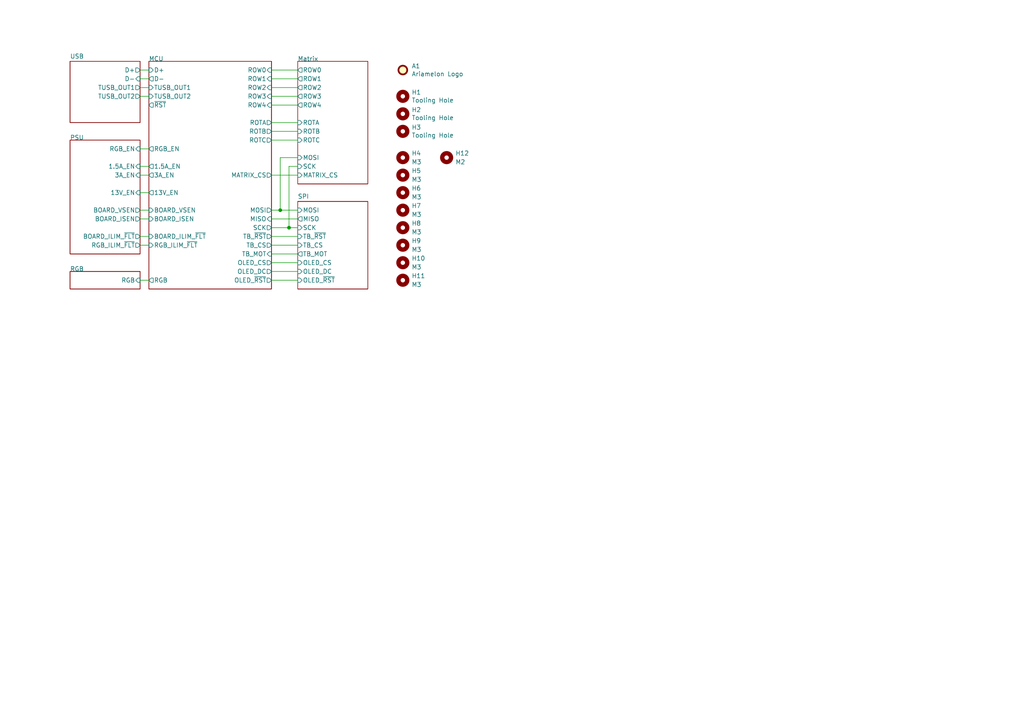
<source format=kicad_sch>
(kicad_sch (version 20230121) (generator eeschema)
  (paper "A4")
  (title_block (title "Honeydew unified split ergonomic keyboard") (date "2023-06-27") (rev "V2.1") (company "Created by Ariamelon (https://github.com/Ariamelon/Honeydew/)") (comment 1 "All capacitors 50V unless otherwise specified.") (comment 2 "Licensed under CC BY 4.0."))
  (lib_symbols
    (symbol "Mechanical:Fiducial"
      (property "Reference" "FID" (at 0 5.08 0))
      (property "Value" "Fiducial" (at 0 3.175 0))
      (symbol "Fiducial_0_1"
        (circle (center 0 0) (radius 1.27) (stroke (width 0.508)) (fill (type background)))
      )
    )
    (symbol "Mechanical:MountingHole" (pin_names (offset 1.016))
      (property "Reference" "H" (at 0 5.08 0))
      (property "Value" "MountingHole" (at 0 3.175 0))
      (symbol "MountingHole_0_1"
        (circle (center 0 0) (radius 1.27) (stroke (width 1.27)))
      )
    )
  )
  (junction (at 81.28 60.96))
  (junction (at 83.82 66.04))
  (wire (pts (xy 86.36 63.5) (xy 78.74 63.5)))
  (wire (pts (xy 86.36 30.48) (xy 78.74 30.48)))
  (wire (pts (xy 40.64 68.58) (xy 43.18 68.58)))
  (wire (pts (xy 86.36 35.56) (xy 78.74 35.56)))
  (wire (pts (xy 83.82 66.04) (xy 78.74 66.04)))
  (wire (pts (xy 40.64 81.28) (xy 43.18 81.28)))
  (wire (pts (xy 81.28 45.72) (xy 81.28 60.96)))
  (wire (pts (xy 86.36 76.2) (xy 78.74 76.2)))
  (wire (pts (xy 86.36 68.58) (xy 78.74 68.58)))
  (wire (pts (xy 86.36 66.04) (xy 83.82 66.04)))
  (wire (pts (xy 40.64 55.88) (xy 43.18 55.88)))
  (wire (pts (xy 86.36 78.74) (xy 78.74 78.74)))
  (wire (pts (xy 86.36 27.94) (xy 78.74 27.94)))
  (wire (pts (xy 86.36 38.1) (xy 78.74 38.1)))
  (wire (pts (xy 43.18 43.18) (xy 40.64 43.18)))
  (wire (pts (xy 86.36 45.72) (xy 81.28 45.72)))
  (wire (pts (xy 86.36 25.4) (xy 78.74 25.4)))
  (wire (pts (xy 43.18 20.32) (xy 40.64 20.32)))
  (wire (pts (xy 81.28 60.96) (xy 78.74 60.96)))
  (wire (pts (xy 43.18 25.4) (xy 40.64 25.4)))
  (wire (pts (xy 78.74 40.64) (xy 86.36 40.64)))
  (wire (pts (xy 86.36 50.8) (xy 78.74 50.8)))
  (wire (pts (xy 86.36 20.32) (xy 78.74 20.32)))
  (wire (pts (xy 40.64 50.8) (xy 43.18 50.8)))
  (wire (pts (xy 43.18 48.26) (xy 40.64 48.26)))
  (wire (pts (xy 40.64 22.86) (xy 43.18 22.86)))
  (wire (pts (xy 86.36 48.26) (xy 83.82 48.26)))
  (wire (pts (xy 86.36 22.86) (xy 78.74 22.86)))
  (wire (pts (xy 43.18 60.96) (xy 40.64 60.96)))
  (wire (pts (xy 40.64 71.12) (xy 43.18 71.12)))
  (wire (pts (xy 86.36 71.12) (xy 78.74 71.12)))
  (wire (pts (xy 40.64 27.94) (xy 43.18 27.94)))
  (wire (pts (xy 40.64 63.5) (xy 43.18 63.5)))
  (wire (pts (xy 86.36 73.66) (xy 78.74 73.66)))
  (wire (pts (xy 83.82 48.26) (xy 83.82 66.04)))
  (wire (pts (xy 86.36 60.96) (xy 81.28 60.96)))
  (wire (pts (xy 86.36 81.28) (xy 78.74 81.28)))
  (symbol (lib_id "Mechanical:Fiducial") (at 116.84 20.32 0) (unit 1) (in_bom no)
    (property "Reference" "A1" (at 119.38 19.1516 0) (effects (justify left)))
    (property "Value" "Ariamelon Logo" (at 119.38 21.463 0) (effects (justify left)))
    (property "Footprint" "Honeydew:Ariamelon_Logo_x3_CU" (effects hide))
  )
  (symbol (lib_id "Mechanical:MountingHole") (at 116.84 76.2 0) (mirror y) (unit 1) (in_bom no)
    (property "Reference" "H10" (at 119.38 74.93 0) (effects (justify right)))
    (property "Value" "M3" (at 119.38 77.47 0) (effects (justify right)))
    (property "Footprint" "Honeydew:MountingHole_3.2mm_M3_Pad" (effects hide))
  )
  (symbol (lib_id "Mechanical:MountingHole") (at 116.84 66.04 0) (mirror y) (unit 1) (in_bom no)
    (property "Reference" "H8" (at 119.38 64.77 0) (effects (justify right)))
    (property "Value" "M3" (at 119.38 67.31 0) (effects (justify right)))
    (property "Footprint" "Honeydew:MountingHole_3.2mm_M3_Pad" (effects hide))
  )
  (symbol (lib_id "Mechanical:MountingHole") (at 116.84 45.72 0) (mirror y) (unit 1) (in_bom no)
    (property "Reference" "H4" (at 119.38 44.45 0) (effects (justify right)))
    (property "Value" "M3" (at 119.38 46.99 0) (effects (justify right)))
    (property "Footprint" "Honeydew:MountingHole_3.2mm_M3_Pad" (effects hide))
  )
  (symbol (lib_id "Mechanical:MountingHole") (at 129.54 45.72 0) (mirror y) (unit 1) (in_bom no)
    (property "Reference" "H12" (at 132.08 44.45 0) (effects (justify right)))
    (property "Value" "M2" (at 132.08 46.99 0) (effects (justify right)))
    (property "Footprint" "MountingHole:MountingHole_2.2mm_M2_Pad" (effects hide))
  )
  (symbol (lib_id "Mechanical:MountingHole") (at 116.84 60.96 0) (mirror y) (unit 1) (in_bom no)
    (property "Reference" "H7" (at 119.38 59.69 0) (effects (justify right)))
    (property "Value" "M3" (at 119.38 62.23 0) (effects (justify right)))
    (property "Footprint" "Honeydew:MountingHole_3.2mm_M3_Pad" (effects hide))
  )
  (symbol (lib_id "Mechanical:MountingHole") (at 116.84 38.1 0) (unit 1) (in_bom no)
    (property "Reference" "H3" (at 119.38 36.9316 0) (effects (justify left)))
    (property "Value" "Tooling Hole" (at 119.38 39.243 0) (effects (justify left)))
    (property "Footprint" "Honeydew:JLC Tooling Hole" (effects hide))
  )
  (symbol (lib_id "Mechanical:MountingHole") (at 116.84 50.8 270) (mirror x) (unit 1)
    (property "Reference" "H5" (at 119.38 49.53 90) (effects (justify left)))
    (property "Value" "M3" (at 119.38 52.07 90) (effects (justify left)))
    (property "Footprint" "Honeydew:MountingHole_3.2mm_M3_Pad" (effects hide))
  )
  (symbol (lib_id "Mechanical:MountingHole") (at 116.84 55.88 0) (mirror y) (unit 1) (in_bom no)
    (property "Reference" "H6" (at 119.38 54.61 0) (effects (justify right)))
    (property "Value" "M3" (at 119.38 57.15 0) (effects (justify right)))
    (property "Footprint" "Honeydew:MountingHole_3.2mm_M3_Pad" (effects hide))
  )
  (symbol (lib_id "Mechanical:MountingHole") (at 116.84 27.94 0) (unit 1) (in_bom no)
    (property "Reference" "H1" (at 119.38 26.7716 0) (effects (justify left)))
    (property "Value" "Tooling Hole" (at 119.38 29.083 0) (effects (justify left)))
    (property "Footprint" "Honeydew:JLC Tooling Hole" (effects hide))
  )
  (symbol (lib_id "Mechanical:MountingHole") (at 116.84 33.02 0) (unit 1) (in_bom no)
    (property "Reference" "H2" (at 119.38 31.8516 0) (effects (justify left)))
    (property "Value" "Tooling Hole" (at 119.38 34.163 0) (effects (justify left)))
    (property "Footprint" "Honeydew:JLC Tooling Hole" (effects hide))
  )
  (symbol (lib_id "Mechanical:MountingHole") (at 116.84 71.12 0) (mirror y) (unit 1) (in_bom no)
    (property "Reference" "H9" (at 119.38 69.85 0) (effects (justify right)))
    (property "Value" "M3" (at 119.38 72.39 0) (effects (justify right)))
    (property "Footprint" "Honeydew:MountingHole_3.2mm_M3_Pad" (effects hide))
  )
  (symbol (lib_id "Mechanical:MountingHole") (at 116.84 81.28 0) (mirror y) (unit 1) (in_bom no)
    (property "Reference" "H11" (at 119.38 80.01 0) (effects (justify right)))
    (property "Value" "M3" (at 119.38 82.55 0) (effects (justify right)))
    (property "Footprint" "Honeydew:MountingHole_3.2mm_M3_Pad" (effects hide))
  )
  (sheet (at 20.32 17.78) (size 20.32 17.78) (stroke (width 0.1524))
    (property "Sheetname" "USB" (at 20.32 17.0684 0) (effects (justify left bottom)))
    (property "Sheetfile" "USB.kicad_sch" (effects hide))
    (pin "D-" input (at 40.64 22.86 0))
    (pin "D+" output (at 40.64 20.32 0))
    (pin "TUSB_OUT1" output (at 40.64 25.4 0))
    (pin "TUSB_OUT2" output (at 40.64 27.94 0))
  )
  (sheet (at 20.32 40.64) (size 20.32 33.02) (stroke (width 0.1524))
    (property "Sheetname" "PSU" (at 20.32 40.64 0) (effects (justify left bottom)))
    (property "Sheetfile" "PSU.kicad_sch" (effects hide))
    (pin "BOARD_VSEN" output (at 40.64 60.96 0))
    (pin "BOARD_ILIM_~{FLT}" output (at 40.64 68.58 0))
    (pin "BOARD_ISEN" output (at 40.64 63.5 0))
    (pin "RGB_EN" input (at 40.64 43.18 0))
    (pin "3A_EN" input (at 40.64 50.8 0))
    (pin "1.5A_EN" input (at 40.64 48.26 0))
    (pin "RGB_ILIM_~{FLT}" output (at 40.64 71.12 0))
    (pin "13V_EN" input (at 40.64 55.88 0))
  )
  (sheet (at 86.36 58.42) (size 20.32 25.4) (stroke (width 0.1524))
    (property "Sheetname" "SPI" (at 86.36 57.7084 0) (effects (justify left bottom)))
    (property "Sheetfile" "SPI.kicad_sch" (effects hide))
    (pin "SCK" input (at 86.36 66.04 180))
    (pin "MOSI" input (at 86.36 60.96 180))
    (pin "MISO" output (at 86.36 63.5 180))
    (pin "TB_CS" input (at 86.36 71.12 180))
    (pin "OLED_DC" input (at 86.36 78.74 180))
    (pin "OLED_CS" input (at 86.36 76.2 180))
    (pin "TB_MOT" output (at 86.36 73.66 180))
    (pin "OLED_~{RST}" input (at 86.36 81.28 180))
    (pin "TB_~{RST}" input (at 86.36 68.58 180))
  )
  (sheet (at 20.32 78.74) (size 20.32 5.08) (stroke (width 0.1524))
    (property "Sheetname" "RGB" (at 20.32 78.74 0) (effects (justify left bottom)))
    (property "Sheetfile" "RGB.kicad_sch" (effects hide))
    (pin "RGB" input (at 40.64 81.28 0))
  )
  (sheet (at 86.36 17.78) (size 20.32 35.56) (stroke (width 0.1524))
    (property "Sheetname" "Matrix" (at 86.36 17.78 0) (effects (justify left bottom)))
    (property "Sheetfile" "Matrix.kicad_sch" (effects hide))
    (pin "ROW2" output (at 86.36 25.4 180))
    (pin "ROW3" output (at 86.36 27.94 180))
    (pin "ROW4" output (at 86.36 30.48 180))
    (pin "ROW0" output (at 86.36 20.32 180))
    (pin "ROW1" output (at 86.36 22.86 180))
    (pin "ROTA" input (at 86.36 35.56 180))
    (pin "ROTB" input (at 86.36 38.1 180))
    (pin "MATRIX_CS" input (at 86.36 50.8 180))
    (pin "MOSI" input (at 86.36 45.72 180))
    (pin "SCK" input (at 86.36 48.26 180))
    (pin "ROTC" input (at 86.36 40.64 180))
  )
  (sheet (at 43.18 17.78) (size 35.56 66.04) (stroke (width 0.1524))
    (property "Sheetname" "MCU" (at 43.18 17.78 0) (effects (justify left bottom)))
    (property "Sheetfile" "MCU.kicad_sch" (effects hide))
    (pin "D-" output (at 43.18 22.86 180))
    (pin "D+" input (at 43.18 20.32 180))
    (pin "ROW1" input (at 78.74 22.86 0))
    (pin "ROW0" input (at 78.74 20.32 0))
    (pin "ROW2" input (at 78.74 25.4 0))
    (pin "ROW4" input (at 78.74 30.48 0))
    (pin "ROW3" input (at 78.74 27.94 0))
    (pin "ROTA" output (at 78.74 35.56 0))
    (pin "ROTB" output (at 78.74 38.1 0))
    (pin "RGB" output (at 43.18 81.28 180))
    (pin "MISO" input (at 78.74 63.5 0))
    (pin "MOSI" output (at 78.74 60.96 0))
    (pin "SCK" output (at 78.74 66.04 0))
    (pin "TB_CS" output (at 78.74 71.12 0))
    (pin "TB_MOT" input (at 78.74 73.66 0))
    (pin "OLED_CS" output (at 78.74 76.2 0))
    (pin "OLED_DC" output (at 78.74 78.74 0))
    (pin "MATRIX_CS" output (at 78.74 50.8 0))
    (pin "TUSB_OUT2" input (at 43.18 27.94 180))
    (pin "TUSB_OUT1" input (at 43.18 25.4 180))
    (pin "BOARD_ISEN" input (at 43.18 63.5 180))
    (pin "BOARD_VSEN" input (at 43.18 60.96 180))
    (pin "BOARD_ILIM_~{FLT}" input (at 43.18 68.58 180))
    (pin "RGB_EN" output (at 43.18 43.18 180))
    (pin "3A_EN" output (at 43.18 50.8 180))
    (pin "1.5A_EN" output (at 43.18 48.26 180))
    (pin "RGB_ILIM_~{FLT}" input (at 43.18 71.12 180))
    (pin "ROTC" output (at 78.74 40.64 0))
    (pin "OLED_~{RST}" output (at 78.74 81.28 0))
    (pin "13V_EN" output (at 43.18 55.88 180))
    (pin "~{RST}" output (at 43.18 30.48 180))
    (pin "TB_~{RST}" output (at 78.74 68.58 0))
  )
)
</source>
